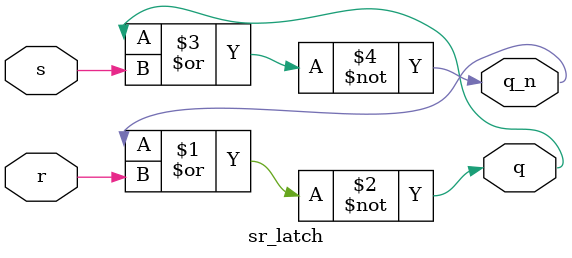
<source format=sv>
module sr_latch
(
    input r,
    input s,
    output q,
    output q_n
);
    assign q = ~(q_n | r);
    assign q_n = ~(q | s);
endmodule

</source>
